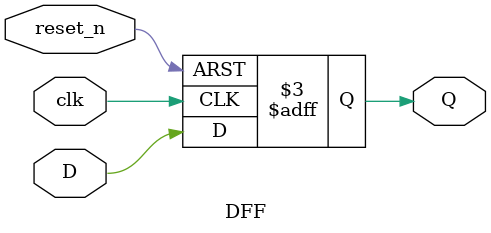
<source format=v>
module DFF(clk,reset_n,D,Q);
input clk;
input reset_n;
input D;
output reg Q;
//always@(posedge clk)
always@(posedge clk or negedge reset_n)
begin
	if(reset_n==1'b0)
		Q<=1'b0;
	else 
		Q<=D;
end

endmodule

</source>
